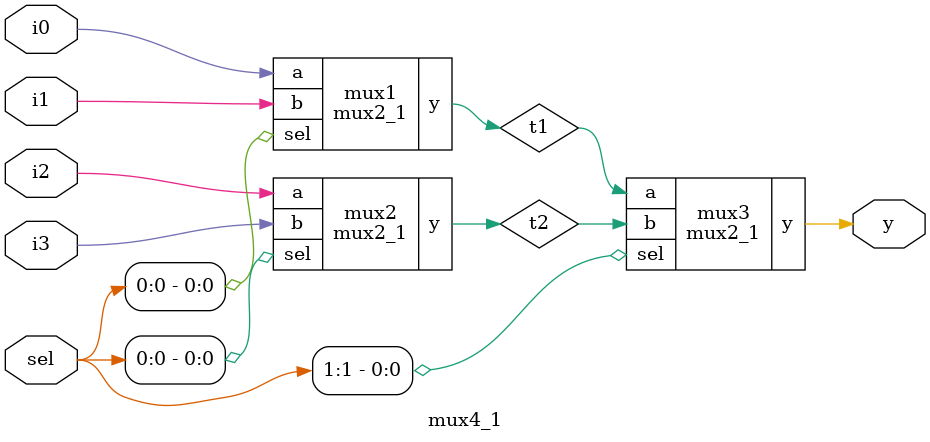
<source format=v>
`timescale 1ns / 1ps

module mux2_1(input a,b,sel,output y);
assign y=(sel==1'b0)?a:b;
endmodule

module mux4_1(
    input i0,
    input i1,
    input i2,
    input i3,
    input [1:0] sel,
    output y
    );
    wire t1,t2;
    
    mux2_1 mux1(.a(i0),.b(i1),.sel(sel[0]),.y(t1));
    mux2_1 mux2(.a(i2),.b(i3),.sel(sel[0]),.y(t2));
    mux2_1 mux3(.a(t1),.b(t2),.sel(sel[1]),.y(y));
endmodule

</source>
